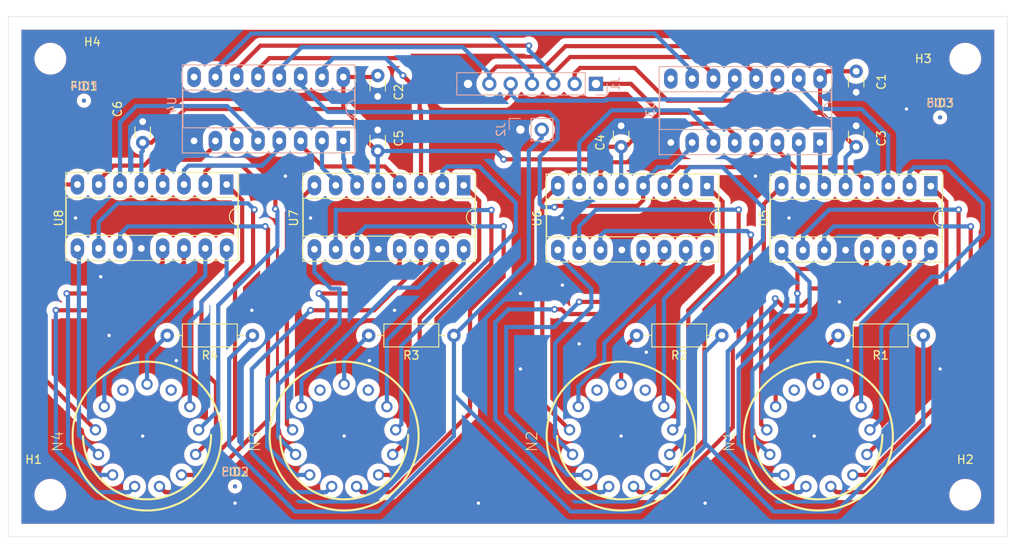
<source format=kicad_pcb>
(kicad_pcb (version 20240108) (generator "pcbnew") (generator_version "8.0")
  (layers (0 "F.Cu" signal) (31 "B.Cu" signal) (34 "B.Paste" user) (35 "F.Paste" user) (36 "B.SilkS" user "B.Silkscreen") (37 "F.SilkS" user "F.Silkscreen") (38 "B.Mask" user) (39 "F.Mask" user) (44 "Edge.Cuts" user))
  (net 0 "")
  (net 1 "GND")
  (net 2 "+5V")
  (net 3 "/minU2")
  (net 4 "/minU8")
  (net 5 "/minU5")
  (net 7 "/minU6")
  (net 9 "/minU4")
  (net 10 "/minU3")
  (net 11 "/minU1")
  (net 12 "Net-(N1-PadA)")
  (net 13 "/minU7")
  (net 14 "/minU0")
  (net 15 "/minU9")
  (net 16 "/minZ6")
  (net 17 "/minZ7")
  (net 18 "/minZ1")
  (net 19 "/minZ9")
  (net 20 "Net-(N2-PadA)")
  (net 22 "/minZ2")
  (net 23 "/minZ0")
  (net 25 "/minZ4")
  (net 26 "/minZ5")
  (net 27 "/minZ8")
  (net 28 "/minZ3")
  (net 29 "/hourU2")
  (net 30 "/hourU5")
  (net 31 "/hourU6")
  (net 33 "/hourU0")
  (net 34 "/hourU4")
  (net 36 "/hourU3")
  (net 37 "/hourU8")
  (net 38 "Net-(N3-PadA)")
  (net 39 "/hourU9")
  (net 40 "/hourU1")
  (net 41 "/hourU7")
  (net 43 "/hourZ2")
  (net 44 "/hourZ3")
  (net 45 "Net-(N4-PadA)")
  (net 46 "/hourZ9")
  (net 47 "/hourZ0")
  (net 49 "/hourZ5")
  (net 50 "/hourZ7")
  (net 51 "/hourZ8")
  (net 52 "/hourZ1")
  (net 53 "/hourZ6")
  (net 54 "/hourZ4")
  (net 55 "+170V")
  (net 56 "/SRCLK")
  (net 57 "/~{OE}")
  (net 58 "/~{SRCLR}")
  (net 59 "/RCLK")
  (net 60 "/SER_IN")
  (net 61 "Net-(U3-QA)")
  (net 62 "Net-(U3-QB)")
  (net 63 "Net-(U3-QH)")
  (net 64 "Net-(U3-QD)")
  (net 65 "Net-(U3-QF)")
  (net 66 "Net-(U3-QG)")
  (net 67 "Net-(U3-QE)")
  (net 68 "Net-(U3-QC)")
  (net 69 "Net-(U4-QB)")
  (net 70 "Net-(U4-QC)")
  (net 71 "Net-(U4-QE)")
  (net 72 "Net-(U4-QD)")
  (net 73 "Net-(U4-QF)")
  (net 74 "Net-(U4-QG)")
  (net 76 "Net-(U4-QA)")
  (net 77 "Net-(U4-QH)")
  (footprint "Capacitor_THT:C_Disc_D3.0mm_W1.6mm_P2.50mm" (layer "F.Cu") (at 122 121 90)
    (property "Reference" "C1")
    (property "Value" "C")
  )
  (footprint "Package_DIP:DIP-16_W7.62mm_Socket_LongPads" (layer "F.Cu") (at 130.9 132.2 -90)
    (property "Reference" "U5")
    (property "Value" "74141")
  )
  (footprint "Package_DIP:DIP-16_W7.62mm_Socket_LongPads" (layer "F.Cu") (at 47 132 -90)
    (property "Reference" "U8")
    (property "Value" "74141")
  )
  (footprint "nixies-us:nixies-us-IN-14" (layer "F.Cu") (at 94 162 180)
    (property "Reference" "N2")
    (property "Value" "IN-14")
  )
  (footprint "nixies-us:nixies-us-IN-14" (layer "F.Cu") (at 61 162 180)
    (property "Reference" "N3")
    (property "Value" "IN-14")
  )
  (footprint "Capacitor_THT:C_Disc_D3.0mm_W1.6mm_P2.50mm" (layer "F.Cu") (at 65 128 90)
    (property "Reference" "C5")
    (property "Value" "100n")
  )
  (footprint "Package_DIP:DIP-16_W7.62mm_Socket_LongPads" (layer "F.Cu") (at 104.24 132.18 -90)
    (property "Reference" "U6")
    (property "Value" "74141")
  )
  (footprint "MountingHole:MountingHole_3.2mm_M3" (layer "F.Cu") (at 135 169)
    (property "Reference" "H2")
    (property "Value" "MountingHole")
  )
  (footprint "Resistor_THT:R_Axial_DIN0207_L6.3mm_D2.5mm_P10.16mm_Horizontal" (layer "F.Cu") (at 106 150 180)
    (property "Reference" "R2")
    (property "Value" "2K2")
  )
  (footprint "Fiducial:Fiducial_0.5mm_Mask1.5mm" (layer "F.Cu") (at 132 124)
    (property "Reference" "FID3")
    (property "Value" "Fiducial")
  )
  (footprint "Resistor_THT:R_Axial_DIN0207_L6.3mm_D2.5mm_P10.16mm_Horizontal" (layer "F.Cu") (at 50.08 150 180)
    (property "Reference" "R4")
    (property "Value" "2K2")
  )
  (footprint "MountingHole:MountingHole_3.2mm_M3" (layer "F.Cu") (at 26 169)
    (property "Reference" "H1")
    (property "Value" "MountingHole")
  )
  (footprint "Capacitor_THT:C_Disc_D3.0mm_W1.6mm_P2.50mm" (layer "F.Cu") (at 94 125 -90)
    (property "Reference" "C4")
    (property "Value" "C")
  )
  (footprint "Resistor_THT:R_Axial_DIN0207_L6.3mm_D2.5mm_P10.16mm_Horizontal" (layer "F.Cu") (at 74.08 150 180)
    (property "Reference" "R3")
    (property "Value" "2K2")
  )
  (footprint "Package_DIP:DIP-16_W7.62mm_Socket_LongPads" (layer "F.Cu") (at 75.24 132.1 -90)
    (property "Reference" "U7")
    (property "Value" "74141")
  )
  (footprint "MountingHole:MountingHole_3.2mm_M3" (layer "F.Cu") (at 26 117)
    (property "Reference" "H4")
    (property "Value" "MountingHole")
  )
  (footprint "nixies-us:nixies-us-IN-14" (layer "F.Cu") (at 117.5 162 180)
    (property "Reference" "N1")
    (property "Value" "IN-14")
  )
  (footprint "nixies-us:nixies-us-IN-14" (layer "F.Cu") (at 37.51918 162 180)
    (property "Reference" "N4")
    (property "Value" "IN-14")
  )
  (footprint "Capacitor_THT:C_Disc_D3.0mm_W1.6mm_P2.50mm" (layer "F.Cu") (at 37 127 90)
    (property "Reference" "C6")
    (property "Value" "100n")
  )
  (footprint "MountingHole:MountingHole_3.2mm_M3" (layer "F.Cu") (at 135 117)
    (property "Reference" "H3")
    (property "Value" "MountingHole")
  )
  (footprint "Resistor_THT:R_Axial_DIN0207_L6.3mm_D2.5mm_P10.16mm_Horizontal" (layer "F.Cu") (at 130 150 180)
    (property "Reference" "R1")
    (property "Value" "2K2")
  )
  (footprint "Capacitor_THT:C_Disc_D3.0mm_W1.6mm_P2.50mm" (layer "F.Cu") (at 122 125 -90)
    (property "Reference" "C3")
    (property "Value" "C")
  )
  (footprint "Capacitor_THT:C_Disc_D3.0mm_W1.6mm_P2.50mm" (layer "F.Cu") (at 65 121.5 90)
    (property "Reference" "C2")
    (property "Value" "C")
  )
  (footprint "Fiducial:Fiducial_0.5mm_Mask1.5mm" (layer "F.Cu") (at 48 168)
    (property "Reference" "FID2")
    (property "Value" "Fiducial")
  )
  (footprint "Fiducial:Fiducial_0.5mm_Mask1.5mm" (layer "F.Cu") (at 30 122)
    (property "Reference" "FID1")
    (property "Value" "Fiducial")
  )
  (footprint "Fiducial:Fiducial_0.5mm_Mask1.5mm" (layer "B.Cu") (at 30 122 180)
    (property "Reference" "FID4")
    (property "Value" "Fiducial")
  )
  (footprint "Fiducial:Fiducial_0.5mm_Mask1.5mm" (layer "B.Cu") (at 48 168 180)
    (property "Reference" "FID5")
    (property "Value" "Fiducial")
  )
  (footprint "Connector_PinHeader_2.54mm:PinHeader_1x02_P2.54mm_Vertical" (layer "B.Cu") (at 82 125.46 -90)
    (property "Reference" "J2")
    (property "Value" "Conn_01x02_Socket")
  )
  (footprint "Package_DIP:DIP-16_W7.62mm_Socket_LongPads" (layer "B.Cu") (at 117.7 127 90)
    (property "Reference" "U3")
    (property "Value" "74HC595")
  )
  (footprint "Package_DIP:DIP-16_W7.62mm_Socket_LongPads" (layer "B.Cu") (at 60.9 126.8 90)
    (property "Reference" "U4")
    (property "Value" "74HC595")
  )
  (footprint "Fiducial:Fiducial_0.5mm_Mask1.5mm" (layer "B.Cu") (at 132 124 180)
    (property "Reference" "FID6")
    (property "Value" "Fiducial")
  )
  (footprint "Connector_PinHeader_2.54mm:PinHeader_1x07_P2.54mm_Vertical" (layer "B.Cu") (at 91 120 90)
    (property "Reference" "J1")
    (property "Value" "Conn_01x07_Pin")
  )
  (gr_line (start 140 112) (end 21 112) (stroke (width 0.05)) (layer "Edge.Cuts"))
  (gr_line (start 140 174) (end 140 112) (stroke (width 0.05)) (layer "Edge.Cuts"))
  (gr_line (start 21 112) (end 21 174) (stroke (width 0.05)) (layer "Edge.Cuts"))
  (gr_line (start 21 174) (end 140 174) (stroke (width 0.05)) (layer "Edge.Cuts"))
  (via (at 97 152) (size 0.8) (drill 0.4) (layers "F.Cu" "B.Cu") (net 1))
  (via (at 48 170) (size 0.8) (drill 0.4) (layers "F.Cu" "B.Cu") (net 1))
  (via (at 104 170) (size 0.8) (drill 0.4) (layers "F.Cu" "B.Cu") (net 1))
  (via (at 117 162) (size 0.8) (drill 0.4) (layers "F.Cu" "B.Cu") (net 1))
  (via (at 121 153) (size 0.8) (drill 0.4) (layers "F.Cu" "B.Cu") (net 1))
  (via (at 67 147) (size 0.8) (drill 0.4) (layers "F.Cu" "B.Cu") (net 1))
  (via (at 87 136) (size 0.8) (drill 0.4) (layers "F.Cu" "B.Cu") (net 1))
  (via (at 128 123) (size 0.8) (drill 0.4) (layers "F.Cu" "B.Cu") (net 1))
  (via (at 87 144) (size 0.8) (drill 0.4) (layers "F.Cu" "B.Cu") (net 1))
  (via (at 82 154) (size 0.8) (drill 0.4) (layers "F.Cu" "B.Cu") (net 1))
  (via (at 57 136) (size 0.8) (drill 0.4) (layers "F.Cu" "B.Cu") (net 1))
  (via (at 33 150) (size 0.8) (drill 0.4) (layers "F.Cu" "B.Cu") (net 1))
  (via (at 29 136) (size 0.8) (drill 0.4) (layers "F.Cu" "B.Cu") (net 1))
  (via (at 54 131) (size 0.8) (drill 0.4) (layers "F.Cu" "B.Cu") (net 1))
  (via (at 82 145) (size 0.8) (drill 0.4) (layers "F.Cu" "B.Cu") (net 1))
  (via (at 94 162) (size 0.8) (drill 0.4) (layers "F.Cu" "B.Cu") (net 1))
  (via (at 120 146) (size 0.8) (drill 0.4) (layers "F.Cu" "B.Cu") (net 1))
  (via (at 77 170) (size 0.8) (drill 0.4) (layers "F.Cu" "B.Cu") (net 1))
  (via (at 132 154) (size 0.8) (drill 0.4) (layers "F.Cu" "B.Cu") (net 1))
  (via (at 37 162) (size 0.8) (drill 0.4) (layers "F.Cu" "B.Cu") (net 1))
  (via (at 41 153) (size 0.8) (drill 0.4) (layers "F.Cu" "B.Cu") (net 1))
  (via (at 61 162) (size 0.8) (drill 0.4) (layers "F.Cu" "B.Cu") (net 1))
  (via (at 89 151) (size 0.8) (drill 0.4) (layers "F.Cu" "B.Cu") (net 1))
  (via (at 64 153) (size 0.8) (drill 0.4) (layers "F.Cu" "B.Cu") (net 1))
  (via (at 32 143) (size 0.8) (drill 0.4) (layers "F.Cu" "B.Cu") (net 1))
  (via (at 110 131) (size 0.8) (drill 0.4) (layers "F.Cu" "B.Cu") (net 1))
  (via (at 50 147) (size 0.8) (drill 0.4) (layers "F.Cu" "B.Cu") (net 1))
  (via (at 114 136) (size 0.8) (drill 0.4) (layers "F.Cu" "B.Cu") (net 1))
  (segment (start 72 120) (end 70.5 121.5) (width 0.5) (layer "B.Cu") (net 1))
  (segment (start 75.76 120) (end 72 120) (width 0.5) (layer "B.Cu") (net 1))
  (segment (start 70.5 121.5) (end 65 121.5) (width 0.5) (layer "B.Cu") (net 1))
  (segment (start 37 127) (end 38.065227 127) (width 0.5) (layer "F.Cu") (net 2))
  (segment (start 60.9 119.18) (end 64.82 119.18) (width 0.5) (layer "F.Cu") (net 2))
  (segment (start 117.55 123.45) (end 117.833704 123.45) (width 0.5) (layer "F.Cu") (net 2))
  (segment (start 42.065227 123) (end 61 123) (width 0.5) (layer "F.Cu") (net 2))
  (segment (start 117.7 119.38) (end 117.7 123.3) (width 0.5) (layer "F.Cu") (net 2))
  (segment (start 91 120) (end 95.165227 120) (width 0.5) (layer "F.Cu") (net 2))
  (segment (start 64.82 119.18) (end 65 119) (width 0.5) (layer "F.Cu") (net 2))
  (segment (start 63.15 125.15) (end 63.15 126.266296) (width 0.5) (layer "F.Cu") (net 2))
  (segment (start 61 123) (end 60.9 122.9) (width 0.5) (layer "F.Cu") (net 2))
  (segment (start 118.58 118.5) (end 122 118.5) (width 0.5) (layer "F.Cu") (net 2))
  (segment (start 91 129) (end 92.5 127.5) (width 0.5) (layer "F.Cu") (net 2))
  (segment (start 94 127.5) (end 94.565227 127.5) (width 0.5) (layer "F.Cu") (net 2))
  (segment (start 117.7 119.38) (end 118.58 118.5) (width 0.5) (layer "F.Cu") (net 2))
  (segment (start 64.883704 128) (end 65 128) (width 0.5) (layer "F.Cu") (net 2))
  (segment (start 95.165227 120) (end 98.615227 123.45) (width 0.5) (layer "F.Cu") (net 2))
  (segment (start 38.065227 127) (end 42.065227 123) (width 0.5) (layer "F.Cu") (net 2))
  (segment (start 98.615227 123.45) (end 117.55 123.45) (width 0.5) (layer "F.Cu") (net 2))
  (segment (start 92.5 127.5) (end 94 127.5) (width 0.5) (layer "F.Cu") (net 2))
  (segment (start 94.565227 127.5) (end 98.615227 123.45) (width 0.5) (layer "F.Cu") (net 2))
  (segment (start 80 129) (end 91 129) (width 0.5) (layer "F.Cu") (net 2))
  (segment (start 122 127.5) (end 121.883704 127.5) (width 0.5) (layer "F.Cu") (net 2))
  (segment (start 121 131.94) (end 120.74 132.2) (width 0.5) (layer "F.Cu") (net 2))
  (segment (start 61 123) (end 63.15 125.15) (width 0.5) (layer "F.Cu") (net 2))
  (segment (start 121.883704 127.5) (end 117.833704 123.45) (width 0.5) (layer "F.Cu") (net 2))
  (segment (start 60.9 122.9) (end 60.9 119.18) (width 0.5) (layer "F.Cu") (net 2))
  (segment (start 117.7 123.3) (end 117.55 123.45) (width 0.5) (layer "F.Cu") (net 2))
  (segment (start 63.15 126.266296) (end 64.883704 128) (width 0.5) (layer "F.Cu") (net 2))
  (via (at 80 129) (size 0.8) (drill 0.4) (layers "F.Cu" "B.Cu") (net 2))
  (segment (start 37 131.84) (end 36.84 132) (width 0.5) (layer "B.Cu") (net 2))
  (segment (start 65 128) (end 65 132.02) (width 0.5) (layer "B.Cu") (net 2))
  (segment (start 65 132.02) (end 65.08 132.1) (width 0.5) (layer "B.Cu") (net 2))
  (segment (start 65 128) (end 79 128) (width 0.5) (layer "B.Cu") (net 2))
  (segment (start 122 127.5) (end 120.74 128.76) (width 0.5) (layer "B.Cu") (net 2))
  (segment (start 37 127) (end 37 128) (width 0.5) (layer "B.Cu") (net 2))
  (segment (start 37 128) (end 36.84 128.16) (width 0.5) (layer "B.Cu") (net 2))
  (segment (start 79 128) (end 80 129) (width 0.5) (layer "B.Cu") (net 2))
  (segment (start 36.84 128.16) (end 36.84 132) (width 0.5) (layer "B.Cu") (net 2))
  (segment (start 120.74 128.76) (end 120.74 132.2) (width 0.5) (layer "B.Cu") (net 2))
  (segment (start 94 132.1) (end 94.08 132.18) (width 0.5) (layer "B.Cu") (net 2))
  (segment (start 94 127.5) (end 94 132.1) (width 0.5) (layer "B.Cu") (net 2))
  (segment (start 110.68264 145.21614) (end 111 144.89878) (width 0.5) (layer "F.Cu") (net 3))
  (segment (start 111 144.89878) (end 111 134.32) (width 0.5) (layer "F.Cu") (net 3))
  (segment (start 111 134.32) (end 113.12 132.2) (width 0.5) (layer "F.Cu") (net 3))
  (segment (start 110.68264 160.58268) (end 110.68264 145.21614) (width 0.5) (layer "F.Cu") (net 3))
  (segment (start 111.35574 161.25578) (end 110.68264 160.58268) (width 0.5) (layer "F.Cu") (net 3))
  (segment (start 123.28612 164.19456) (end 127 160.48068) (width 0.5) (layer "F.Cu") (net 4))
  (segment (start 127 150) (end 132.75 144.25) (width 0.5) (layer "F.Cu") (net 4))
  (segment (start 127 160.48068) (end 127 150) (width 0.5) (layer "F.Cu") (net 4))
  (segment (start 132.75 134.05) (end 130.9 132.2) (width 0.5) (layer "F.Cu") (net 4))
  (segment (start 132.75 144.25) (end 132.75 134.05) (width 0.5) (layer "F.Cu") (net 4))
  (segment (start 112.349999 145.599391) (end 113.200608 146.45) (width 0.5) (layer "F.Cu") (net 5))
  (segment (start 122.94061 144.39939) (end 125.82 141.52) (width 0.5) (layer "F.Cu") (net 5))
  (segment (start 115.60061 146.45) (end 116.45 145.60061) (width 0.5) (layer "F.Cu") (net 5))
  (segment (start 125.82 141.52) (end 125.82 139.82) (width 0.5) (layer "F.Cu") (net 5))
  (segment (start 116.45 144.39939) (end 122.94061 144.39939) (width 0.5) (layer "F.Cu") (net 5))
  (segment (start 116.45 145.60061) (end 116.45 144.39939) (width 0.5) (layer "F.Cu") (net 5))
  (segment (start 113.200608 146.45) (end 115.60061 146.45) (width 0.5) (layer "F.Cu") (net 5))
  (via (at 112.349999 145.599391) (size 0.8) (drill 0.4) (layers "F.Cu" "B.Cu") (net 5))
  (segment (start 112.349999 146.266297) (end 112.349999 145.599391) (width 0.5) (layer "B.Cu") (net 5))
  (segment (start 106.7 163.7) (end 106.7 151.916296) (width 0.5) (layer "B.Cu") (net 5))
  (segment (start 106.7 151.916296) (end 112.349999 146.266297) (width 0.5) (layer "B.Cu") (net 5))
  (segment (start 115.34608 168.68274) (end 111.68274 168.68274) (width 0.5) (layer "B.Cu") (net 5))
  (segment (start 111.68274 168.68274) (end 106.7 163.7) (width 0.5) (layer "B.Cu") (net 5))
  (segment (start 116.01918 168.00964) (end 115.34608 168.68274) (width 0.5) (layer "B.Cu") (net 5))
  (segment (start 135.65 156.10599) (end 135.65 137) (width 0.5) (layer "F.Cu") (net 7))
  (segment (start 118.98082 168.00964) (end 119.65392 168.68274) (width 0.5) (layer "F.Cu") (net 7))
  (segment (start 119.65392 168.68274) (end 123.07325 168.68274) (width 0.5) (layer "F.Cu") (net 7))
  (segment (start 123.07325 168.68274) (end 135.65 156.10599) (width 0.5) (layer "F.Cu") (net 7))
  (via (at 135.65 137) (size 0.8) (drill 0.4) (layers "F.Cu" "B.Cu") (net 7))
  (segment (start 135.65 137) (end 119.32 137) (width 0.5) (layer "B.Cu") (net 7))
  (segment (start 119.32 137) (end 118.2 138.12) (width 0.5) (layer "B.Cu") (net 7))
  (segment (start 118.2 138.12) (end 118.2 139.82) (width 0.5) (layer "B.Cu") (net 7))
  (segment (start 123.28 141.52) (end 122.73 142.07) (width 0.5) (layer "F.Cu") (net 9))
  (segment (start 115 142) (end 115 145) (width 0.5) (layer "F.Cu") (net 9))
  (segment (start 122.73 142.07) (end 115.07 142.07) (width 0.5) (layer "F.Cu") (net 9))
  (segment (start 123.28 139.82) (end 123.28 141.52) (width 0.5) (layer "F.Cu") (net 9))
  (segment (start 115.07 142.07) (end 115 142) (width 0.5) (layer "F.Cu") (net 9))
  (via (at 115 145) (size 0.8) (drill 0.4) (layers "F.Cu" "B.Cu") (net 9))
  (segment (start 111.715448 166.63296) (end 108 162.917512) (width 0.5) (layer "B.Cu") (net 9))
  (segment (start 108 162.917512) (end 108 154) (width 0.5) (layer "B.Cu") (net 9))
  (segment (start 108 154) (end 115 147) (width 0.5) (layer "B.Cu") (net 9))
  (segment (start 115 147) (end 115 145) (width 0.5) (layer "B.Cu") (net 9))
  (segment (start 113.39536 166.63296) (end 111.715448 166.63296) (width 0.5) (layer "B.Cu") (net 9))
  (segment (start 116.45 147.388478) (end 116.45 143.626295) (width 0.5) (layer "B.Cu") (net 10))
  (segment (start 109.63264 154.205838) (end 116.45 147.388478) (width 0.5) (layer "B.Cu") (net 10))
  (segment (start 109.63264 162.11332) (end 109.63264 154.205838) (width 0.5) (layer "B.Cu") (net 10))
  (segment (start 113.12 139.82) (end 113.12 140.296295) (width 0.5) (layer "B.Cu") (net 10))
  (segment (start 111.71388 164.19456) (end 109.63264 162.11332) (width 0.5) (layer "B.Cu") (net 10))
  (segment (start 113.12 140.296295) (end 116.45 143.626295) (width 0.5) (layer "B.Cu") (net 10))
  (segment (start 122 148) (end 119.223704 148) (width 0.5) (layer "F.Cu") (net 11))
  (segment (start 128.36 139.82) (end 128.36 141.64) (width 0.5) (layer "F.Cu") (net 11))
  (segment (start 112.4073 154.816404) (end 112.4073 158.48464) (width 0.5) (layer "F.Cu") (net 11))
  (segment (start 128.36 141.64) (end 122 148) (width 0.5) (layer "F.Cu") (net 11))
  (segment (start 119.223704 148) (end 112.4073 154.816404) (width 0.5) (layer "F.Cu") (net 11))
  (segment (start 118 152) (end 117.5 152.5) (width 0.5) (layer "F.Cu") (net 12))
  (segment (start 117.5 152.5) (end 117.5 155.81256) (width 0.5) (layer "F.Cu") (net 12))
  (segment (start 118 151.84) (end 118 152) (width 0.5) (layer "F.Cu") (net 12))
  (segment (start 119.84 150) (end 118 151.84) (width 0.5) (layer "F.Cu") (net 12))
  (segment (start 134.2 155.717512) (end 134.2 135) (width 0.5) (layer "F.Cu") (net 13))
  (segment (start 121.60464 166.63296) (end 123.284552 166.63296) (width 0.5) (layer "F.Cu") (net 13))
  (segment (start 123.284552 166.63296) (end 134.2 155.717512) (width 0.5) (layer "F.Cu") (net 13))
  (via (at 134.2 135) (size 0.8) (drill 0.4) (layers "F.Cu" "B.Cu") (net 13))
  (segment (start 115.66 138.12) (end 115.66 139.82) (width 0.5) (layer "B.Cu") (net 13))
  (segment (start 134.2 135) (end 118.78 135) (width 0.5) (layer "B.Cu") (net 13))
  (segment (start 118.78 135) (end 115.66 138.12) (width 0.5) (layer "B.Cu") (net 13))
  (segment (start 122.5927 158.48464) (end 122.5927 148.603595) (width 0.5) (layer "B.Cu") (net 14))
  (segment (start 130.9 140.296295) (end 130.9 139.82) (width 0.5) (layer "B.Cu") (net 14))
  (segment (start 122.5927 148.603595) (end 130.9 140.296295) (width 0.5) (layer "B.Cu") (net 14))
  (segment (start 131 143) (end 132 143) (width 0.5) (layer "B.Cu") (net 15))
  (segment (start 125 149) (end 131 143) (width 0.5) (layer "B.Cu") (net 15))
  (segment (start 132 143) (end 137.1 137.9) (width 0.5) (layer "B.Cu") (net 15))
  (segment (start 128.91 129.95) (end 128.36 130.5) (width 0.5) (layer "B.Cu") (net 15))
  (segment (start 128.91 129.95) (end 132.75 129.95) (width 0.5) (layer "B.Cu") (net 15))
  (segment (start 128.36 130.5) (end 128.36 132.2) (width 0.5) (layer "B.Cu") (net 15))
  (segment (start 125 159.90004) (end 125 149) (width 0.5) (layer "B.Cu") (net 15))
  (segment (start 132.75 129.95) (end 137.1 134.3) (width 0.5) (layer "B.Cu") (net 15))
  (segment (start 123.64426 161.25578) (end 125 159.90004) (width 0.5) (layer "B.Cu") (net 15))
  (segment (start 137.1 137.9) (end 137.1 134.3) (width 0.5) (layer "B.Cu") (net 15))
  (segment (start 96.15392 168.68274) (end 99.57325 168.68274) (width 0.5) (layer "F.Cu") (net 16))
  (segment (start 109.45 144.55) (end 109.45 138) (width 0.5) (layer "F.Cu") (net 16))
  (segment (start 107.308148 151.308148) (end 108 150.616296) (width 0.5) (layer "F.Cu") (net 16))
  (segment (start 108 150.616296) (end 108 147) (width 0.5) (layer "F.Cu") (net 16))
  (segment (start 95.48082 168.00964) (end 96.15392 168.68274) (width 0.5) (layer "F.Cu") (net 16))
  (segment (start 99.57325 168.68274) (end 107.308148 160.947842) (width 0.5) (layer "F.Cu") (net 16))
  (segment (start 108 146) (end 109.45 144.55) (width 0.5) (layer "F.Cu") (net 16))
  (segment (start 107.308148 160.947842) (end 107.308148 151.308148) (width 0.5) (layer "F.Cu") (net 16))
  (segment (start 108 147) (end 108 146) (width 0.5) (layer "F.Cu") (net 16))
  (via (at 109.45 138) (size 0.8) (drill 0.4) (layers "F.Cu" "B.Cu") (net 16))
  (segment (start 91.54 138.1) (end 91.54 139.8) (width 0.5) (layer "B.Cu") (net 16))
  (segment (start 109.45 138) (end 109 137.55) (width 0.5) (layer "B.Cu") (net 16))
  (segment (start 109 137.55) (end 92.09 137.55) (width 0.5) (layer "B.Cu") (net 16))
  (segment (start 92.09 137.55) (end 91.54 138.1) (width 0.5) (layer "B.Cu") (net 16))
  (segment (start 103.919239 162.498273) (end 103.919239 146.919239) (width 0.5) (layer "F.Cu") (net 17))
  (segment (start 103.919239 146.919239) (end 108 142.838478) (width 0.5) (layer "F.Cu") (net 17))
  (segment (start 98.10464 166.63296) (end 99.784552 166.63296) (width 0.5) (layer "F.Cu") (net 17))
  (segment (start 108 142.838478) (end 108 135) (width 0.5) (layer "F.Cu") (net 17))
  (segment (start 99.784552 166.63296) (end 103.919239 162.498273) (width 0.5) (layer "F.Cu") (net 17))
  (via (at 108 135) (size 0.8) (drill 0.4) (layers "F.Cu" "B.Cu") (net 17))
  (segment (start 108 135) (end 91 135) (width 0.5) (layer "B.Cu") (net 17))
  (segment (start 89 137) (end 89 139.8) (width 0.5) (layer "B.Cu") (net 17))
  (segment (start 91 135) (end 89 137) (width 0.5) (layer "B.Cu") (net 17))
  (segment (start 88.9073 156.0927) (end 88.9073 158.48464) (width 0.5) (layer "B.Cu") (net 18))
  (segment (start 92 150.917818) (end 92 153) (width 0.5) (layer "B.Cu") (net 18))
  (segment (start 101.7 141.217818) (end 92 150.917818) (width 0.5) (layer "B.Cu") (net 18))
  (segment (start 92 153) (end 88.9073 156.0927) (width 0.5) (layer "B.Cu") (net 18))
  (segment (start 101.7 139.8) (end 101.7 141.217818) (width 0.5) (layer "B.Cu") (net 18))
  (segment (start 102.25 129.93) (end 101.7 130.48) (width 0.5) (layer "B.Cu") (net 19))
  (segment (start 100.81736 160.58268) (end 100.81736 148.68325) (width 0.5) (layer "B.Cu") (net 19))
  (segment (start 106.09 129.93) (end 102.25 129.93) (width 0.5) (layer "B.Cu") (net 19))
  (segment (start 101.7 130.48) (end 101.7 132.18) (width 0.5) (layer "B.Cu") (net 19))
  (segment (start 110.9 134.74) (end 106.09 129.93) (width 0.5) (layer "B.Cu") (net 19))
  (segment (start 110.9 138.60061) (end 110.9 134.74) (width 0.5) (layer "B.Cu") (net 19))
  (segment (start 100.81736 148.68325) (end 110.9 138.60061) (width 0.5) (layer "B.Cu") (net 19))
  (segment (start 100.14426 161.25578) (end 100.81736 160.58268) (width 0.5) (layer "B.Cu") (net 19))
  (segment (start 94 155.81256) (end 94 151.84) (width 0.5) (layer "F.Cu") (net 20))
  (segment (start 94 151.84) (end 95.84 150) (width 0.5) (layer "F.Cu") (net 20))
  (segment (start 87.85574 161.25578) (end 84.61 158.01004) (width 0.5) (layer "F.Cu") (net 22))
  (segment (start 84.61 134.03) (end 86.46 132.18) (width 0.5) (layer "F.Cu") (net 22))
  (segment (start 84.61 158.01004) (end 84.61 134.03) (width 0.5) (layer "F.Cu") (net 22))
  (segment (start 104.24 140.516296) (end 104.24 139.8) (width 0.5) (layer "B.Cu") (net 23))
  (segment (start 99.0927 145.663596) (end 104.24 140.516296) (width 0.5) (layer "B.Cu") (net 23))
  (segment (start 99.0927 158.48464) (end 99.0927 145.663596) (width 0.5) (layer "B.Cu") (net 23))
  (segment (start 92.12 146) (end 96.62 141.5) (width 0.5) (layer "F.Cu") (net 25))
  (segment (start 96.62 141.5) (end 96.62 139.8) (width 0.5) (layer "F.Cu") (net 25))
  (segment (start 89 146) (end 92.12 146) (width 0.5) (layer "F.Cu") (net 25))
  (via (at 89 146) (size 0.8) (drill 0.4) (layers "F.Cu" "B.Cu") (net 25))
  (segment (start 89.89536 166.63296) (end 87.63296 166.63296) (width 0.5) (layer "B.Cu") (net 25))
  (segment (start 80.3 149) (end 86 149) (width 0.5) (layer "B.Cu") (net 25))
  (segment (start 80.3 159.3) (end 80.3 149) (width 0.5) (layer "B.Cu") (net 25))
  (segment (start 87.63296 166.63296) (end 80.3 159.3) (width 0.5) (layer "B.Cu") (net 25))
  (segment (start 86 149) (end 89 146) (width 0.5) (layer "B.Cu") (net 25))
  (segment (start 99.16 140.84) (end 99.16 139.8) (width 0.5) (layer "F.Cu") (net 26))
  (segment (start 92.55 147.45) (end 99.16 140.84) (width 0.5) (layer "F.Cu") (net 26))
  (segment (start 86.059999 146.889391) (end 86.889391 146.889391) (width 0.5) (layer "F.Cu") (net 26))
  (segment (start 86.889391 146.889391) (end 87.45 147.45) (width 0.5) (layer "F.Cu") (net 26))
  (segment (start 87.45 147.45) (end 92.55 147.45) (width 0.5) (layer "F.Cu") (net 26))
  (via (at 86.059999 146.889391) (size 0.8) (drill 0.4) (layers "F.Cu" "B.Cu") (net 26))
  (segment (start 87.68274 168.68274) (end 79 160) (width 0.5) (layer "B.Cu") (net 26))
  (segment (start 92.51918 168.00964) (end 91.84608 168.68274) (width 0.5) (layer "B.Cu") (net 26))
  (segment (start 91.84608 168.68274) (end 87.68274 168.68274) (width 0.5) (layer "B.Cu") (net 26))
  (segment (start 80.572131 146.889391) (end 79 148.461522) (width 0.5) (layer "B.Cu") (net 26))
  (segment (start 86.059999 146.889391) (end 80.572131 146.889391) (width 0.5) (layer "B.Cu") (net 26))
  (segment (start 79 148.461522) (end 79 160) (width 0.5) (layer "B.Cu") (net 26))
  (segment (start 102 161.98068) (end 102 147) (width 0.5) (layer "F.Cu") (net 27))
  (segment (start 106.09 142.91) (end 106.09 134.03) (width 0.5) (layer "F.Cu") (net 27))
  (segment (start 106.09 134.03) (end 104.24 132.18) (width 0.5) (layer "F.Cu") (net 27))
  (segment (start 102 147) (end 106.09 142.91) (width 0.5) (layer "F.Cu") (net 27))
  (segment (start 99.78612 164.19456) (end 102 161.98068) (width 0.5) (layer "F.Cu") (net 27))
  (segment (start 88.21388 164.19456) (end 86.13264 162.11332) (width 0.5) (layer "B.Cu") (net 28))
  (segment (start 86.46 140.46) (end 86.46 139.8) (width 0.5) (layer "B.Cu") (net 28))
  (segment (start 90.45 146.60061) (end 90.45 144.45) (width 0.5) (layer "B.Cu") (net 28))
  (segment (start 86.13264 150.91797) (end 90.45 146.60061) (width 0.5) (layer "B.Cu") (net 28))
  (segment (start 86.13264 140.12736) (end 86.46 139.8) (width 0.5) (layer "B.Cu") (net 28))
  (segment (start 90.45 144.45) (end 86.46 140.46) (width 0.5) (layer "B.Cu") (net 28))
  (segment (start 86.13264 162.11332) (end 86.13264 150.91797) (width 0.5) (layer "B.Cu") (net 28))
  (segment (start 54.18264 135.37736) (end 57.46 132.1) (width 0.5) (layer "F.Cu") (net 29))
  (segment (start 54.85574 161.25578) (end 54.18264 160.58268) (width 0.5) (layer "F.Cu") (net 29))
  (segment (start 54.18264 160.58268) (end 54.18264 135.37736) (width 0.5) (layer "F.Cu") (net 29))
  (segment (start 57 147) (end 64.58 147) (width 0.5) (layer "F.Cu") (net 30))
  (segment (start 70.16 141.42) (end 70.16 139.72) (width 0.5) (layer "F.Cu") (net 30))
  (segment (start 64.58 147) (end 70.16 141.42) (width 0.5) (layer "F.Cu") (net 30))
  (via (at 57 147) (size 0.8) (drill 0.4) (layers "F.Cu" "B.Cu") (net 30))
  (segment (start 50 164) (end 54.68274 168.68274) (width 0.5) (layer "B.Cu") (net 30))
  (segment (start 58.84608 168.68274) (end 59.51918 168.00964) (width 0.5) (layer "B.Cu") (net 30))
  (segment (start 50 154) (end 50 164) (width 0.5) (layer "B.Cu") (net 30))
  (segment (start 57 147) (end 50 154) (width 0.5) (layer "B.Cu") (net 30))
  (segment (start 54.68274 168.68274) (end 58.84608 168.68274) (width 0.5) (layer "B.Cu") (net 30))
  (segment (start 80 143) (end 80 137) (width 0.5) (layer "F.Cu") (net 31))
  (segment (start 76 147) (end 80 143) (width 0.5) (layer "F.Cu") (net 31))
  (segment (start 76 159.25599) (end 76 147) (width 0.5) (layer "F.Cu") (net 31))
  (segment (start 66.57325 168.68274) (end 76 159.25599) (width 0.5) (layer "F.Cu") (net 31))
  (segment (start 63.15392 168.68274) (end 66.57325 168.68274) (width 0.5) (layer "F.Cu") (net 31))
  (segment (start 62.48082 168.00964) (end 63.15392 168.68274) (width 0.5) (layer "F.Cu") (net 31))
  (via (at 80 137) (size 0.8) (drill 0.4) (layers "F.Cu" "B.Cu") (net 31))
  (segment (start 63.56 137) (end 62.54 138.02) (width 0.5) (layer "B.Cu") (net 31))
  (segment (start 62.54 138.02) (end 62.54 139.72) (width 0.5) (layer "B.Cu") (net 31))
  (segment (start 80 137) (end 63.56 137) (width 0.5) (layer "B.Cu") (net 31))
  (segment (start 66.0927 150.5673) (end 66.0927 158.48464) (width 0.5) (layer "B.Cu") (net 33))
  (segment (start 75.24 141.42) (end 66.0927 150.5673) (width 0.5) (layer "B.Cu") (net 33))
  (segment (start 75.24 139.72) (end 75.24 141.42) (width 0.5) (layer "B.Cu") (net 33))
  (segment (start 67.62 141.42) (end 64.04 145) (width 0.5) (layer "F.Cu") (net 34))
  (segment (start 64.04 145) (end 58 145) (width 0.5) (layer "F.Cu") (net 34))
  (segment (start 67.62 139.72) (end 67.62 141.42) (width 0.5) (layer "F.Cu") (net 34))
  (via (at 58 145) (size 0.8) (drill 0.4) (layers "F.Cu" "B.Cu") (net 34))
  (segment (start 51.83264 155.16736) (end 59 148) (width 0.5) (layer "B.Cu") (net 34))
  (segment (start 55.215448 166.63296) (end 56.89536 166.63296) (width 0.5) (layer "B.Cu") (net 34))
  (segment (start 51.83264 163.250152) (end 51.83264 155.16736) (width 0.5) (layer "B.Cu") (net 34))
  (segment (start 59 148) (end 59 146) (width 0.5) (layer "B.Cu") (net 34))
  (segment (start 59 146) (end 58 145) (width 0.5) (layer "B.Cu") (net 34))
  (segment (start 55.215448 166.63296) (end 51.83264 163.250152) (width 0.5) (layer "B.Cu") (net 34))
  (segment (start 57.46 142.46) (end 59.42 144.42) (width 0.5) (layer "B.Cu") (net 36))
  (segment (start 60.46 148.54) (end 53.13264 155.86736) (width 0.5) (layer "B.Cu") (net 36))
  (segment (start 53.13264 155.86736) (end 53.13264 162.11332) (width 0.5) (layer "B.Cu") (net 36))
  (segment (start 60.46 144.42) (end 60.46 148.54) (width 0.5) (layer "B.Cu") (net 36))
  (segment (start 59.42 144.42) (end 60.46 144.42) (width 0.5) (layer "B.Cu") (net 36))
  (segment (start 53.13264 162.11332) (end 55.21388 164.19456) (width 0.5) (layer "B.Cu") (net 36))
  (segment (start 57.46 139.72) (end 57.46 142.46) (width 0.5) (layer "B.Cu") (net 36))
  (segment (start 77.09 140.91) (end 77.09 133.95) (width 0.5) (layer "F.Cu") (net 37))
  (segment (start 70 160.98068) (end 70 148) (width 0.5) (layer "F.Cu") (net 37))
  (segment (start 66.78612 164.19456) (end 70 160.98068) (width 0.5) (layer "F.Cu") (net 37))
  (segment (start 70 148) (end 77.09 140.91) (width 0.5) (layer "F.Cu") (net 37))
  (segment (start 77.09 133.95) (end 75.24 132.1) (width 0.5) (layer "F.Cu") (net 37))
  (segment (start 61 152.92) (end 63.92 150) (width 0.5) (layer "B.Cu") (net 38))
  (segment (start 61 155.81256) (end 61 152.92) (width 0.5) (layer "B.Cu") (net 38))
  (segment (start 72.7 130.4) (end 72.7 132.1) (width 0.5) (layer "B.Cu") (net 39))
  (segment (start 67.14426 161.25578) (end 67.81736 160.58268) (width 0.5) (layer "B.Cu") (net 39))
  (segment (start 81.45 134.21) (end 77.09 129.85) (width 0.5) (layer "B.Cu") (net 39))
  (segment (start 77.09 129.85) (end 73.25 129.85) (width 0.5) (layer "B.Cu") (net 39))
  (segment (start 67.81736 151.23325) (end 81.45 137.60061) (width 0.5) (layer "B.Cu") (net 39))
  (segment (start 73.25 129.85) (end 72.7 130.4) (width 0.5) (layer "B.Cu") (net 39))
  (segment (start 67.81736 160.58268) (end 67.81736 151.23325) (width 0.5) (layer "B.Cu") (net 39))
  (segment (start 81.45 137.60061) (end 81.45 134.21) (width 0.5) (layer "B.Cu") (net 39))
  (segment (start 72.7 139.72) (end 72.7 141.42) (width 0.5) (layer "B.Cu") (net 40))
  (segment (start 55.9073 155.396404) (end 67.003704 144.3) (width 0.5) (layer "B.Cu") (net 40))
  (segment (start 55.9073 158.48464) (end 55.9073 155.396404) (width 0.5) (layer "B.Cu") (net 40))
  (segment (start 69.82 144.3) (end 67.003704 144.3) (width 0.5) (layer "B.Cu") (net 40))
  (segment (start 72.7 141.42) (end 69.82 144.3) (width 0.5) (layer "B.Cu") (net 40))
  (segment (start 72 148) (end 78.54 141.46) (width 0.5) (layer "F.Cu") (net 41))
  (segment (start 78.54 141.46) (end 78.54 135.04575) (width 0.5) (layer "F.Cu") (net 41))
  (segment (start 65.10464 166.63296) (end 66.784552 166.63296) (width 0.5) (layer "F.Cu") (net 41))
  (segment (start 66.784552 166.63296) (end 72 161.417512) (width 0.5) (layer "F.Cu") (net 41))
  (segment (start 72 161.417512) (end 72 148) (width 0.5) (layer "F.Cu") (net 41))
  (via (at 78.54 135.04575) (size 0.8) (drill 0.4) (layers "F.Cu" "B.Cu") (net 41))
  (segment (start 60 135) (end 60 139.72) (width 0.5) (layer "B.Cu") (net 41))
  (segment (start 60.04575 135.04575) (end 60 135) (width 0.5) (layer "B.Cu") (net 41))
  (segment (start 78.54 135.04575) (end 60.04575 135.04575) (width 0.5) (layer "B.Cu") (net 41))
  (segment (start 78.50425 135.01) (end 78.54 135.04575) (width 0.5) (layer "B.Cu") (net 41))
  (segment (start 31.37492 161.25578) (end 25.20182 155.08268) (width 0.5) (layer "F.Cu") (net 43))
  (segment (start 25.20182 155.08268) (end 25.20182 132.79818) (width 0.5) (layer "F.Cu") (net 43))
  (segment (start 29.22 132) (end 26 132) (width 0.5) (layer "F.Cu") (net 43))
  (segment (start 25.20182 132.79818) (end 26 132) (width 0.5) (layer "F.Cu") (net 43))
  (segment (start 29.40182 161.86332) (end 29.40182 139.80182) (width 0.5) (layer "B.Cu") (net 44))
  (segment (start 31.73306 164.19456) (end 29.40182 161.86332) (width 0.5) (layer "B.Cu") (net 44))
  (segment (start 29.40182 139.80182) (end 29.22 139.62) (width 0.5) (layer "B.Cu") (net 44))
  (segment (start 37.51918 152.40082) (end 39.92 150) (width 0.5) (layer "B.Cu") (net 45))
  (segment (start 37.51918 155.81256) (end 37.51918 152.40082) (width 0.5) (layer "B.Cu") (net 45))
  (segment (start 44.46 130.44) (end 45.15 129.75) (width 0.5) (layer "F.Cu") (net 46))
  (segment (start 48.85 129.75) (end 52.806981 133.706981) (width 0.5) (layer "F.Cu") (net 46))
  (segment (start 44.46 132) (end 44.46 130.44) (width 0.5) (layer "F.Cu") (net 46))
  (segment (start 45.15 129.75) (end 48.85 129.75) (width 0.5) (layer "F.Cu") (net 46))
  (segment (start 52.806981 133.706981) (end 52.806981 134.919034) (width 0.5) (layer "F.Cu") (net 46))
  (via (at 52.806981 134.919034) (size 0.8) (drill 0.4) (layers "F.Cu" "B.Cu") (net 46))
  (segment (start 53.05 139.35) (end 53.05 135.162053) (width 0.5) (layer "B.Cu") (net 46))
  (segment (start 46 158.91922) (end 46 146.4) (width 0.5) (layer "B.Cu") (net 46))
  (segment (start 43.66344 161.25578) (end 46 158.91922) (width 0.5) (layer "B.Cu") (net 46))
  (segment (start 53.05 135.162053) (end 52.806981 134.919034) (width 0.5) (layer "B.Cu") (net 46))
  (segment (start 46 146.4) (end 53.05 139.35) (width 0.5) (layer "B.Cu") (net 46))
  (segment (start 44 146) (end 47 143) (width 0.5) (layer "B.Cu") (net 47))
  (segment (start 47 143) (end 47 139.62) (width 0.5) (layer "B.Cu") (net 47))
  (segment (start 42.61188 158.48464) (end 42.61188 148.38812) (width 0.5) (layer "B.Cu") (net 47))
  (segment (start 42.61188 148.38812) (end 44 147) (width 0.5) (layer "B.Cu") (net 47))
  (segment (start 44 147) (end 44 146) (width 0.5) (layer "B.Cu") (net 47))
  (segment (start 26.65182 147) (end 36.24 147) (width 0.5) (layer "F.Cu") (net 49))
  (segment (start 36.24 147) (end 41.92 141.32) (width 0.5) (layer "F.Cu") (net 49))
  (segment (start 41.92 141.32) (end 41.92 139.62) (width 0.5) (layer "F.Cu") (net 49))
  (via (at 26.65182 147) (size 0.8) (drill 0.4) (layers "F.Cu" "B.Cu") (net 49))
  (segment (start 36.03836 168.00964) (end 35.36526 168.68274) (width 0.5) (layer "B.Cu") (net 49))
  (segment (start 27 164) (end 26.65182 163.65182) (width 0.5) (layer "B.Cu") (net 49))
  (segment (start 31.68274 168.68274) (end 27 164) (width 0.5) (layer "B.Cu") (net 49))
  (segment (start 26.65182 163.65182) (end 26.65182 147) (width 0.5) (layer "B.Cu") (net 49))
  (segment (start 35.36526 168.68274) (end 31.68274 168.68274) (width 0.5) (layer "B.Cu") (net 49))
  (segment (start 48 161.936692) (end 48 143.838478) (width 0.5) (layer "F.Cu") (net 50))
  (segment (start 48 143.838478) (end 50.15 141.688478) (width 0.5) (layer "F.Cu") (net 50))
  (segment (start 50.15 135.15) (end 50.3 135) (width 0.5) (layer "F.Cu") (net 50))
  (segment (start 41.62382 166.63296) (end 43.303732 166.63296) (width 0.5) (layer "F.Cu") (net 50))
  (segment (start 43.303732 166.63296) (end 48 161.936692) (width 0.5) (layer "F.Cu") (net 50))
  (segment (start 50.15 141.688478) (end 50.15 135.15) (width 0.5) (layer "F.Cu") (net 50))
  (via (at 50.3 135) (size 0.8) (drill 0.4) (layers "F.Cu" "B.Cu") (net 50))
  (segment (start 31.76 136.49) (end 31.76 139.62) (width 0.5) (layer "B.Cu") (net 50))
  (segment (start 50.3 135) (end 49.55 134.25) (width 0.5) (layer "B.Cu") (net 50))
  (segment (start 34 134.25) (end 31.76 136.49) (width 0.5) (layer "B.Cu") (net 50))
  (segment (start 49.55 134.25) (end 34 134.25) (width 0.5) (layer "B.Cu") (net 50))
  (segment (start 48.85 141.15) (end 48.85 133.85) (width 0.5) (layer "F.Cu") (net 51))
  (segment (start 44 154) (end 44 146) (width 0.5) (layer "F.Cu") (net 51))
  (segment (start 44 146) (end 48.85 141.15) (width 0.5) (layer "F.Cu") (net 51))
  (segment (start 45.73 155.73) (end 44 154) (width 0.5) (layer "F.Cu") (net 51))
  (segment (start 48.85 133.85) (end 47 132) (width 0.5) (layer "F.Cu") (net 51))
  (segment (start 45.73 161.76986) (end 45.73 155.73) (width 0.5) (layer "F.Cu") (net 51))
  (segment (start 43.3053 164.19456) (end 45.73 161.76986) (width 0.5) (layer "F.Cu") (net 51))
  (segment (start 32.42648 158.48464) (end 32.42648 154.877224) (width 0.5) (layer "B.Cu") (net 52))
  (segment (start 32.42648 154.877224) (end 44.46 142.843704) (width 0.5) (layer "B.Cu") (net 52))
  (segment (start 44.46 142.843704) (end 44.46 139.62) (width 0.5) (layer "B.Cu") (net 52))
  (segment (start 51.93 160.07) (end 51.93 137.33) (width 0.5) (layer "F.Cu") (net 53))
  (segment (start 43.31726 168.68274) (end 51.93 160.07) (width 0.5) (layer "F.Cu") (net 53))
  (segment (start 39.6731 168.68274) (end 43.31726 168.68274) (width 0.5) (layer "F.Cu") (net 53))
  (segment (start 39 168.00964) (end 39.6731 168.68274) (width 0.5) (layer "F.Cu") (net 53))
  (segment (start 51.93 137.33) (end 51.6 137) (width 0.5) (layer "F.Cu") (net 53))
  (via (at 51.6 137) (size 0.8) (drill 0.4) (layers "F.Cu" "B.Cu") (net 53))
  (segment (start 51.6 137) (end 35.22 137) (width 0.5) (layer "B.Cu") (net 53))
  (segment (start 35.22 137) (end 34.3 137.92) (width 0.5) (layer "B.Cu") (net 53))
  (segment (start 34.3 137.92) (end 34.3 139.62) (width 0.5) (layer "B.Cu") (net 53))
  (segment (start 27.95182 145) (end 35.7 145) (width 0.5) (layer "F.Cu") (net 54))
  (segment (start 39.38 141.32) (end 39.38 139.62) (width 0.5) (layer "F.Cu") (net 54))
  (segment (start 35.7 145) (end 39.38 141.32) (width 0.5) (layer "F.Cu") (net 54))
  (via (at 27.95182 145) (size 0.8) (drill 0.4) (layers "F.Cu" "B.Cu") (net 54))
  (segment (start 33.41454 166.63296) (end 31.734628 166.63296) (width 0.5) (layer "B.Cu") (net 54))
  (segment (start 31.734628 166.63296) (end 28.10182 163.000152) (width 0.5) (layer "B.Cu") (net 54))
  (segment (start 28.10182 163.000152) (end 28.10182 145.15) (width 0.5) (layer "B.Cu") (net 54))
  (segment (start 28.10182 145.15) (end 27.95182 145) (width 0.5) (layer "B.Cu") (net 54))
  (segment (start 106 150) (end 104 152) (width 0.5) (layer "B.Cu") (net 55))
  (segment (start 47.3 163.138478) (end 55.161522 171) (width 0.5) (layer "B.Cu") (net 55))
  (segment (start 112.161522 171) (end 104.161522 163) (width 0.5) (layer "B.Cu") (net 55))
  (segment (start 88 171) (end 96.174432 171) (width 0.5) (layer "B.Cu") (net 55))
  (segment (start 104.161522 163) (end 104 163) (width 0.5) (layer "B.Cu") (net 55))
  (segment (start 84.54 126.46) (end 84.54 125.46) (width 0.5) (layer "B.Cu") (net 55))
  (segment (start 83 128) (end 84.54 126.46) (width 0.5) (layer "B.Cu") (net 55))
  (segment (start 96.174432 171) (end 104 163.174432) (width 0.5) (layer "B.Cu") (net 55))
  (segment (start 65.08 171) (end 74.08 162) (width 0.5) (layer "B.Cu") (net 55))
  (segment (start 47.3 152.78) (end 47.3 163.138478) (width 0.5) (layer "B.Cu") (net 55))
  (segment (start 130 160.674432) (end 119.674432 171) (width 0.5) (layer "B.Cu") (net 55))
  (segment (start 104 163.174432) (end 104 163) (width 0.5) (layer "B.Cu") (net 55))
  (segment (start 74.08 150) (end 74.08 152) (width 0.5) (layer "B.Cu") (net 55))
  (segment (start 119.674432 171) (end 112.161522 171) (width 0.5) (layer "B.Cu") (net 55))
  (segment (start 55.161522 171) (end 65.08 171) (width 0.5) (layer "B.Cu") (net 55))
  (segment (start 104 152) (end 104 163) (width 0.5) (layer "B.Cu") (net 55))
  (segment (start 50.08 150) (end 47.3 152.78) (width 0.5) (layer "B.Cu") (net 55))
  (segment (start 74.08 162) (end 74.08 157.08) (width 0.5) (layer "B.Cu") (net 55))
  (segment (start 88 171) (end 74.08 157.08) (width 0.5) (layer "B.Cu") (net 55))
  (segment (start 83 141.08) (end 74.08 150) (width 0.5) (layer "B.Cu") (net 55))
  (segment (start 130 150) (end 130 160.674432) (width 0.5) (layer "B.Cu") (net 55))
  (segment (start 74.08 157.08) (end 74.08 152) (width 0.5) (layer "B.Cu") (net 55))
  (segment (start 83 128) (end 83 141.08) (width 0.5) (layer "B.Cu") (net 55))
  (segment (start 83 115.45) (end 51.03 115.45) (width 0.5) (layer "F.Cu") (net 56))
  (segment (start 102.896295 116.8) (end 105 118.903705) (width 0.5) (layer "F.Cu") (net 56))
  (segment (start 48.2 118.28) (end 48.2 119.18) (width 0.5) (layer "F.Cu") (net 56))
  (segment (start 85.92 120) (end 85.92 118.797919) (width 0.5) (layer "F.Cu") (net 56))
  (segment (start 51.03 115.45) (end 48.2 118.28) (width 0.5) (layer "F.Cu") (net 56))
  (segment (start 85.92 118.797919) (end 87.917919 116.8) (width 0.5) (layer "F.Cu") (net 56))
  (segment (start 87.917919 116.8) (end 102.896295 116.8) (width 0.5) (layer "F.Cu") (net 56))
  (segment (start 105 118.903705) (end 105 119.38) (width 0.5) (layer "F.Cu") (net 56))
  (via (at 83 115.45) (size 0.8) (drill 0.4) (layers "F.Cu" "B.Cu") (net 56))
  (segment (start 83 116) (end 83 115.45) (width 0.5) (layer "B.Cu") (net 56))
  (segment (start 85.92 118.92) (end 83 116) (width 0.5) (layer "B.Cu") (net 56))
  (segment (start 85.92 120) (end 85.92 118.92) (width 0.5) (layer "B.Cu") (net 56))
  (segment (start 48.2 119.18) (end 48.2 118.28) (width 0.5) (layer "B.Cu") (net 56))
  (segment (start 106.676295 115.5) (end 110.08 118.903705) (width 0.5) (layer "F.Cu") (net 57))
  (segment (start 84.939721 117.93972) (end 87.379441 115.5) (width 0.5) (layer "F.Cu") (net 57))
  (segment (start 87.379441 115.5) (end 106.676295 115.5) (width 0.5) (layer "F.Cu") (net 57))
  (segment (start 110.08 118.903705) (end 110.08 119.38) (width 0.5) (layer "F.Cu") (net 57))
  (segment (start 79.158199 117.93972) (end 84.939721 117.93972) (width 0.5) (layer "F.Cu") (net 57))
  (segment (start 78.3 120) (end 78.3 118.797919) (width 0.5) (layer "F.Cu") (net 57))
  (segment (start 78.3 118.797919) (end 79.158199 117.93972) (width 0.5) (layer "F.Cu") (net 57))
  (segment (start 53.28 119.18) (end 53.28 118.28) (width 0.5) (layer "B.Cu") (net 57))
  (segment (start 75.132081 115.63) (end 78.3 118.797919) (width 0.5) (layer "B.Cu") (net 57))
  (segment (start 53.28 118.28) (end 55.93 115.63) (width 0.5) (layer "B.Cu") (net 57))
  (segment (start 78.3 118.797919) (end 78.3 120) (width 0.5) (layer "B.Cu") (net 57))
  (segment (start 55.93 115.63) (end 75.132081 115.63) (width 0.5) (layer "B.Cu") (net 57))
  (segment (start 97.98 114) (end 80 114) (width 0.5) (layer "B.Cu") (net 58))
  (segment (start 83.38 118.83) (end 78.55 114) (width 0.5) (layer "B.Cu") (net 58))
  (segment (start 78 114) (end 80 114) (width 0.5) (layer "B.Cu") (net 58))
  (segment (start 49.94 114) (end 78 114) (width 0.5) (layer "B.Cu") (net 58))
  (segment (start 83.38 120) (end 83.38 118.83) (width 0.5) (layer "B.Cu") (net 58))
  (segment (start 102.46 118.48) (end 97.98 114) (width 0.5) (layer "B.Cu") (net 58))
  (segment (start 102.46 119.38) (end 102.46 118.48) (width 0.5) (layer "B.Cu") (net 58))
  (segment (start 78.55 114) (end 78 114) (width 0.5) (layer "B.Cu") (net 58))
  (segment (start 45.66 119.18) (end 45.66 118.28) (width 0.5) (layer "B.Cu") (net 58))
  (segment (start 45.66 118.28) (end 49.94 114) (width 0.5) (layer "B.Cu") (net 58))
  (segment (start 50.74 118.28) (end 52.09 116.93) (width 0.5) (layer "F.Cu") (net 59))
  (segment (start 80.84 121.202081) (end 80.142081 121.9) (width 0.5) (layer "F.Cu") (net 59))
  (segment (start 80.84 121.202081) (end 80.84 120) (width 0.5) (layer "F.Cu") (net 59))
  (segment (start 52.09 116.93) (end 68 116.93) (width 0.5) (layer "F.Cu") (net 59))
  (segment (start 107.54 119.856295) (end 107.54 119.38) (width 0.5) (layer "F.Cu") (net 59))
  (segment (start 72.97 121.9) (end 68 116.93) (width 0.5) (layer "F.Cu") (net 59))
  (segment (start 80.142081 121.9) (end 72.97 121.9) (width 0.5) (layer "F.Cu") (net 59))
  (segment (start 50.74 119.18) (end 50.74 118.28) (width 0.5) (layer "F.Cu") (net 59))
  (segment (start 80.84 121.202081) (end 81.637919 122) (width 0.5) (layer "B.Cu") (net 59))
  (segment (start 92.161522 122) (end 92.311522 121.85) (width 0.5) (layer "B.Cu") (net 59))
  (segment (start 107.54 120.28) (end 107.54 119.38) (width 0.5) (layer "B.Cu") (net 59))
  (segment (start 80.84 120) (end 80.84 121.202081) (width 0.5) (layer "B.Cu") (net 59))
  (segment (start 105.97 121.85) (end 107.54 120.28) (width 0.5) (layer "B.Cu") (net 59))
  (segment (start 92.311522 121.85) (end 105.97 121.85) (width 0.5) (layer "B.Cu") (net 59))
  (segment (start 81.637919 122) (end 92.161522 122) (width 0.5) (layer "B.Cu") (net 59))
  (segment (start 95.623705 118.1) (end 99.523705 122) (width 0.5) (layer "F.Cu") (net 60))
  (segment (start 88.46 118.74) (end 89.1 118.1) (width 0.5) (layer "F.Cu") (net 60))
  (segment (start 99.523705 122) (end 110.9 122) (width 0.5) (layer "F.Cu") (net 60))
  (segment (start 110.9 122) (end 112.62 120.28) (width 0.5) (layer "F.Cu") (net 60))
  (segment (start 88.46 120) (end 88.46 118.74) (width 0.5) (layer "F.Cu") (net 60))
  (segment (start 89.1 118.1) (end 95.623705 118.1) (width 0.5) (layer "F.Cu") (net 60))
  (segment (start 112.62 120.28) (end 112.62 119.38) (width 0.5) (layer "F.Cu") (net 60))
  (segment (start 115.16 119.38) (end 115.16 120.28) (width 0.5) (layer "B.Cu") (net 61))
  (segment (start 122.616296 123) (end 125.82 126.203704) (width 0.5) (layer "B.Cu") (net 61))
  (segment (start 115.16 120.28) (end 117.88 123) (width 0.5) (layer "B.Cu") (net 61))
  (segment (start 125.82 126.203704) (end 125.82 132.2) (width 0.5) (layer "B.Cu") (net 61))
  (segment (start 117.88 123) (end 122.616296 123) (width 0.5) (layer "B.Cu") (net 61))
  (segment (start 117.7 127) (end 117.7 131.7) (width 0.5) (layer "B.Cu") (net 62))
  (segment (start 117.7 131.7) (end 118.2 132.2) (width 0.5) (layer "B.Cu") (net 62))
  (segment (start 96.62 133.88) (end 95.95 134.55) (width 0.5) (layer "F.Cu") (net 63))
  (segment (start 96.62 132.18) (end 96.62 133.88) (width 0.5) (layer "F.Cu") (net 63))
  (segment (start 86.21524 134.55) (end 86.06 134.70524) (width 0.5) (layer "F.Cu") (net 63))
  (segment (start 95.95 134.55) (end 86.21524 134.55) (width 0.5) (layer "F.Cu") (net 63))
  (via (at 86.06 134.70524) (size 0.8) (drill 0.4) (layers "F.Cu" "B.Cu") (net 63))
  (segment (start 59.09 123.35) (end 55.82 120.08) (width 0.5) (layer "B.Cu") (net 63))
  (segment (start 86.06 134.70524) (end 84.70524 134.70524) (width 0.5) (layer "B.Cu") (net 63))
  (segment (start 84.3 128.7) (end 86.44 126.56) (width 0.5) (layer "B.Cu") (net 63))
  (segment (start 84.3 134.3) (end 84.3 128.7) (width 0.5) (layer "B.Cu") (net 63))
  (segment (start 84.70524 134.70524) (end 84.3 134.3) (width 0.5) (layer "B.Cu") (net 63))
  (segment (start 96.62 131.703705) (end 96.62 132.18) (width 0.5) (layer "B.Cu") (net 63))
  (segment (start 98.393705 129.93) (end 96.62 131.703705) (width 0.5) (layer "B.Cu") (net 63))
  (segment (start 86.44 124.44) (end 85.35 123.35) (width 0.5) (layer "B.Cu") (net 63))
  (segment (start 86.44 126.56) (end 86.44 124.44) (width 0.5) (layer "B.Cu") (net 63))
  (segment (start 102.46 127) (end 102.46 127.476295) (width 0.5) (layer "B.Cu") (net 63))
  (segment (start 102.46 127.476295) (end 100.006295 129.93) (width 0.5) (layer "B.Cu") (net 63))
  (segment (start 100.006295 129.93) (end 98.393705 129.93) (width 0.5) (layer "B.Cu") (net 63))
  (segment (start 55.82 120.08) (end 55.82 119.18) (width 0.5) (layer "B.Cu") (net 63))
  (segment (start 85.35 123.35) (end 59.09 123.35) (width 0.5) (layer "B.Cu") (net 63))
  (segment (start 112.62 127.9) (end 114.67 129.95) (width 0.5) (layer "F.Cu") (net 64))
  (segment (start 123.28 131.723705) (end 123.28 132.2) (width 0.5) (layer "F.Cu") (net 64))
  (segment (start 114.67 129.95) (end 121.506295 129.95) (width 0.5) (layer "F.Cu") (net 64))
  (segment (start 112.62 127) (end 112.62 127.9) (width 0.5) (layer "F.Cu") (net 64))
  (segment (start 121.506295 129.95) (end 123.28 131.723705) (width 0.5) (layer "F.Cu") (net 64))
  (segment (start 98 125.903705) (end 98 126.116296) (width 0.5) (layer "F.Cu") (net 65))
  (segment (start 94.766296 129.35) (end 92.65 129.35) (width 0.5) (layer "F.Cu") (net 65))
  (segment (start 91.54 130.46) (end 91.54 132.18) (width 0.5) (layer "F.Cu") (net 65))
  (segment (start 99.153705 124.75) (end 98 125.903705) (width 0.5) (layer "F.Cu") (net 65))
  (segment (start 107.54 126.1) (end 106.19 124.75) (width 0.5) (layer "F.Cu") (net 65))
  (segment (start 92.65 129.35) (end 91.54 130.46) (width 0.5) (layer "F.Cu") (net 65))
  (segment (start 106.19 124.75) (end 99.153705 124.75) (width 0.5) (layer "F.Cu") (net 65))
  (segment (start 107.54 127) (end 107.54 126.1) (width 0.5) (layer "F.Cu") (net 65))
  (segment (start 98 126.116296) (end 94.766296 129.35) (width 0.5) (layer "F.Cu") (net 65))
  (segment (start 105 127) (end 105 126.1) (width 0.5) (layer "F.Cu") (net 66))
  (segment (start 102.05 123.15) (end 92.85 123.15) (width 0.5) (layer "B.Cu") (net 66))
  (segment (start 105 127) (end 105 126.1) (width 0.5) (layer "B.Cu") (net 66))
  (segment (start 92.85 123.15) (end 89 127) (width 0.5) (layer "B.Cu") (net 66))
  (segment (start 105 126.1) (end 102.05 123.15) (width 0.5) (layer "B.Cu") (net 66))
  (segment (start 89 127) (end 89 132.18) (width 0.5) (layer "B.Cu") (net 66))
  (segment (start 108.05 129.93) (end 100.933705 129.93) (width 0.5) (layer "F.Cu") (net 67))
  (segment (start 110.08 127) (end 110.08 127.9) (width 0.5) (layer "F.Cu") (net 67))
  (segment (start 110.08 127.9) (end 108.05 129.93) (width 0.5) (layer "F.Cu") (net 67))
  (segment (start 100.933705 129.93) (end 99.16 131.703705) (width 0.5) (layer "F.Cu") (net 67))
  (segment (start 99.16 131.703705) (end 99.16 132.18) (width 0.5) (layer "F.Cu") (net 67))
  (segment (start 115.16 127) (end 115.16 131.7) (width 0.5) (layer "B.Cu") (net 68))
  (segment (start 115.16 131.7) (end 115.66 132.2) (width 0.5) (layer "B.Cu") (net 68))
  (segment (start 61 130) (end 62.54 131.54) (width 0.5) (layer "B.Cu") (net 69))
  (segment (start 61 129) (end 61 130) (width 0.5) (layer "B.Cu") (net 69))
  (segment (start 60.9 128.9) (end 61 129) (width 0.5) (layer "B.Cu") (net 69))
  (segment (start 62.54 131.54) (end 62.54 132.1) (width 0.5) (layer "B.Cu") (net 69))
  (segment (start 60.9 126.8) (end 60.9 128.9) (width 0.5) (layer "B.Cu") (net 69))
  (segment (start 60 131.623705) (end 60 132.1) (width 0.5) (layer "B.Cu") (net 70))
  (segment (start 58.36 126.8) (end 58.36 129.983705) (width 0.5) (layer "B.Cu") (net 70))
  (segment (start 58.36 129.983705) (end 60 131.623705) (width 0.5) (layer "B.Cu") (net 70))
  (segment (start 42.47 129.75) (end 41.92 130.3) (width 0.5) (layer "B.Cu") (net 71))
  (segment (start 53.28 127.7) (end 51.23 129.75) (width 0.5) (layer "B.Cu") (net 71))
  (segment (start 51.23 129.75) (end 42.47 129.75) (width 0.5) (layer "B.Cu") (net 71))
  (segment (start 53.28 126.8) (end 53.28 127.7) (width 0.5) (layer "B.Cu") (net 71))
  (segment (start 41.92 130.3) (end 41.92 132) (width 0.5) (layer "B.Cu") (net 71))
  (segment (start 65.846295 129.85) (end 67.62 131.623705) (width 0.5) (layer "F.Cu") (net 72))
  (segment (start 67.62 131.623705) (end 67.62 132.1) (width 0.5) (layer "F.Cu") (net 72))
  (segment (start 55.82 127.276295) (end 58.393705 129.85) (width 0.5) (layer "F.Cu") (net 72))
  (segment (start 58.393705 129.85) (end 65.846295 129.85) (width 0.5) (layer "F.Cu") (net 72))
  (segment (start 55.82 126.8) (end 55.82 127.276295) (width 0.5) (layer "F.Cu") (net 72))
  (segment (start 50.74 126.8) (end 50.74 126.323705) (width 0.5) (layer "B.Cu") (net 73))
  (segment (start 34.3 124.583704) (end 34.3 132) (width 0.5) (layer "B.Cu") (net 73))
  (segment (start 50.74 126.323705) (end 47.066295 122.65) (width 0.5) (layer "B.Cu") (net 73))
  (segment (start 36.233704 122.65) (end 34.3 124.583704) (width 0.5) (layer "B.Cu") (net 73))
  (segment (start 47.066295 122.65) (end 36.233704 122.65) (width 0.5) (layer "B.Cu") (net 73))
  (segment (start 31.76 131.523705) (end 31.76 132) (width 0.5) (layer "F.Cu") (net 74))
  (segment (start 37.153705 129.75) (end 33.533705 129.75) (width 0.5) (layer "F.Cu") (net 74))
  (segment (start 48.2 125.9) (end 46.85 124.55) (width 0.5) (layer "F.Cu") (net 74))
  (segment (start 46.85 124.55) (end 42.353705 124.55) (width 0.5) (layer "F.Cu") (net 74))
  (segment (start 42.353705 124.55) (end 37.153705 129.75) (width 0.5) (layer "F.Cu") (net 74))
  (segment (start 48.2 126.8) (end 48.2 125.9) (width 0.5) (layer "F.Cu") (net 74))
  (segment (start 33.533705 129.75) (end 31.76 131.523705) (width 0.5) (layer "F.Cu") (net 74))
  (segment (start 70 121) (end 68 119) (width 0.5) (layer "F.Cu") (net 76))
  (segment (start 70.16 123.16) (end 70.16 132.1) (width 0.5) (layer "F.Cu") (net 76))
  (segment (start 70 123) (end 70.16 123.16) (width 0.5) (layer "F.Cu") (net 76))
  (segment (start 70 121.9) (end 70 123) (width 0.5) (layer "F.Cu") (net 76))
  (segment (start 70 121.9) (end 70 121) (width 0.5) (layer "F.Cu") (net 76))
  (via (at 68 119) (size 0.8) (drill 0.4) (layers "F.Cu" "B.Cu") (net 76))
  (segment (start 58.36 118.28) (end 58.36 119.18) (width 0.5) (layer "B.Cu") (net 76))
  (segment (start 59.71 116.93) (end 58.36 118.28) (width 0.5) (layer "B.Cu") (net 76))
  (segment (start 65.93 116.93) (end 59.71 116.93) (width 0.5) (layer "B.Cu") (net 76))
  (segment (start 68 119) (end 65.93 116.93) (width 0.5) (layer "B.Cu") (net 76))
  (segment (start 45.66 126.8) (end 45.66 127.276295) (width 0.5) (layer "F.Cu") (net 77))
  (segment (start 43.886295 129.05) (end 40.63 129.05) (width 0.5) (layer "F.Cu") (net 77))
  (segment (start 39.38 130.3) (end 39.38 132) (width 0.5) (layer "F.Cu") (net 77))
  (segment (start 45.66 127.276295) (end 43.886295 129.05) (width 0.5) (layer "F.Cu") (net 77))
  (segment (start 40.63 129.05) (end 39.38 130.3) (width 0.5) (layer "F.Cu") (net 77))
  (zone (net 1) (net_name "GND") (layers "F&B.Cu") (connect_pads yes (clearance 0.3)) (min_thickness 0.1) (fill yes (thermal_gap 0.5) (thermal_bridge_width 0.5))
    (polygon (pts (xy 20 110) (xy 20 175) (xy 142 175) (xy 142 110)))
  )
)
</source>
